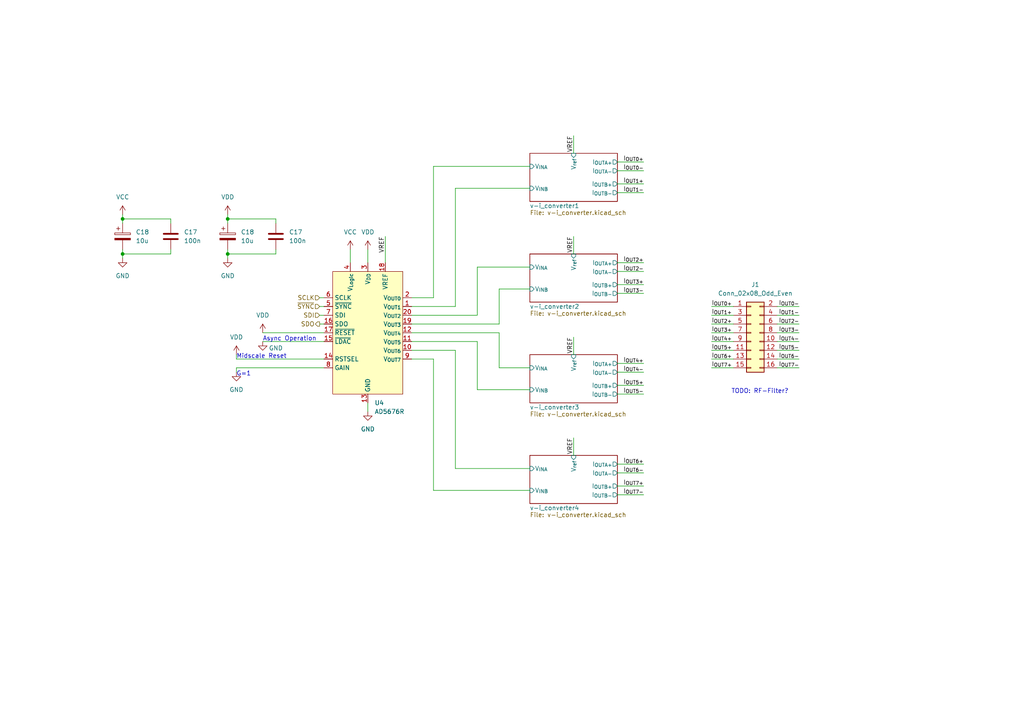
<source format=kicad_sch>
(kicad_sch (version 20230121) (generator eeschema)
  (paper "A4")
  (title_block (title "8-Channel Programmable Current Supply") (date "2023-06-29") (rev "1") (company "ETH Zürich") (comment 1 "Maximilian Stabel"))
  (lib_symbols
    (symbol "32-channel_current_source:AD5676R"
      (property "Reference" "U" (at -8.89 21.59 0))
      (property "Value" "AD5676R" (at 10.16 21.59 0))
      (symbol "AD5676R_0_1"
        (rectangle (start -10.16 20.32) (end 10.16 -15.24) (stroke (width 0.1524)) (fill (type background)))
      )
      (symbol "AD5676R_1_0"
        (pin output line (at 12.7 10.16 180) (length 2.54) (name "V_{OUT1}") (number "1"))
        (pin output line (at 12.7 -2.54 180) (length 2.54) (name "V_{OUT6}") (number "10"))
        (pin output line (at 12.7 0 180) (length 2.54) (name "V_{OUT5}") (number "11"))
        (pin output line (at 12.7 2.54 180) (length 2.54) (name "V_{OUT4}") (number "12"))
        (pin power_in line (at 0 -17.78 90) (length 2.54) (name "GND") (number "13"))
        (pin input line (at -12.7 -5.08 0) (length 2.54) (name "RSTSEL") (number "14"))
        (pin input line (at -12.7 0 0) (length 2.54) (name "~{LDAC}") (number "15"))
        (pin output line (at -12.7 5.08 0) (length 2.54) (name "SDO") (number "16"))
        (pin input line (at -12.7 2.54 0) (length 2.54) (name "~{RESET}") (number "17"))
        (pin bidirectional line (at 5.08 22.86 270) (length 2.54) (name "VREF") (number "18"))
        (pin output line (at 12.7 5.08 180) (length 2.54) (name "V_{OUT3}") (number "19"))
        (pin output line (at 12.7 12.7 180) (length 2.54) (name "V_{OUT0}") (number "2"))
        (pin output line (at 12.7 7.62 180) (length 2.54) (name "V_{OUT2}") (number "20"))
        (pin power_in line (at 0 22.86 270) (length 2.54) (name "V_{DD}") (number "3"))
        (pin power_in line (at -5.08 22.86 270) (length 2.54) (name "V_{Logic}") (number "4"))
        (pin input line (at -12.7 10.16 0) (length 2.54) (name "~{SYNC}") (number "5"))
        (pin input line (at -12.7 12.7 0) (length 2.54) (name "SCLK") (number "6"))
        (pin input line (at -12.7 7.62 0) (length 2.54) (name "SDI") (number "7"))
        (pin input line (at -12.7 -7.62 0) (length 2.54) (name "GAIN") (number "8"))
        (pin output line (at 12.7 -5.08 180) (length 2.54) (name "V_{OUT7}") (number "9"))
      )
    )
    (symbol "Connector_Generic:Conn_02x08_Odd_Even" (pin_names (offset 1.016) hide)
      (property "Reference" "J" (at 1.27 10.16 0))
      (property "Value" "Conn_02x08_Odd_Even" (at 1.27 -12.7 0))
      (symbol "Conn_02x08_Odd_Even_1_1"
        (rectangle (start -1.27 -10.033) (end 0 -10.287) (stroke (width 0.1524)))
        (rectangle (start -1.27 -7.493) (end 0 -7.747) (stroke (width 0.1524)))
        (rectangle (start -1.27 -4.953) (end 0 -5.207) (stroke (width 0.1524)))
        (rectangle (start -1.27 -2.413) (end 0 -2.667) (stroke (width 0.1524)))
        (rectangle (start -1.27 0.127) (end 0 -0.127) (stroke (width 0.1524)))
        (rectangle (start -1.27 2.667) (end 0 2.413) (stroke (width 0.1524)))
        (rectangle (start -1.27 5.207) (end 0 4.953) (stroke (width 0.1524)))
        (rectangle (start -1.27 7.747) (end 0 7.493) (stroke (width 0.1524)))
        (rectangle (start -1.27 8.89) (end 3.81 -11.43) (stroke (width 0.254)) (fill (type background)))
        (rectangle (start 3.81 -10.033) (end 2.54 -10.287) (stroke (width 0.1524)))
        (rectangle (start 3.81 -7.493) (end 2.54 -7.747) (stroke (width 0.1524)))
        (rectangle (start 3.81 -4.953) (end 2.54 -5.207) (stroke (width 0.1524)))
        (rectangle (start 3.81 -2.413) (end 2.54 -2.667) (stroke (width 0.1524)))
        (rectangle (start 3.81 0.127) (end 2.54 -0.127) (stroke (width 0.1524)))
        (rectangle (start 3.81 2.667) (end 2.54 2.413) (stroke (width 0.1524)))
        (rectangle (start 3.81 5.207) (end 2.54 4.953) (stroke (width 0.1524)))
        (rectangle (start 3.81 7.747) (end 2.54 7.493) (stroke (width 0.1524)))
        (pin passive line (at -5.08 7.62 0) (length 3.81) (name "Pin_1") (number "1"))
        (pin passive line (at 7.62 -2.54 180) (length 3.81) (name "Pin_10") (number "10"))
        (pin passive line (at -5.08 -5.08 0) (length 3.81) (name "Pin_11") (number "11"))
        (pin passive line (at 7.62 -5.08 180) (length 3.81) (name "Pin_12") (number "12"))
        (pin passive line (at -5.08 -7.62 0) (length 3.81) (name "Pin_13") (number "13"))
        (pin passive line (at 7.62 -7.62 180) (length 3.81) (name "Pin_14") (number "14"))
        (pin passive line (at -5.08 -10.16 0) (length 3.81) (name "Pin_15") (number "15"))
        (pin passive line (at 7.62 -10.16 180) (length 3.81) (name "Pin_16") (number "16"))
        (pin passive line (at 7.62 7.62 180) (length 3.81) (name "Pin_2") (number "2"))
        (pin passive line (at -5.08 5.08 0) (length 3.81) (name "Pin_3") (number "3"))
        (pin passive line (at 7.62 5.08 180) (length 3.81) (name "Pin_4") (number "4"))
        (pin passive line (at -5.08 2.54 0) (length 3.81) (name "Pin_5") (number "5"))
        (pin passive line (at 7.62 2.54 180) (length 3.81) (name "Pin_6") (number "6"))
        (pin passive line (at -5.08 0 0) (length 3.81) (name "Pin_7") (number "7"))
        (pin passive line (at 7.62 0 180) (length 3.81) (name "Pin_8") (number "8"))
        (pin passive line (at -5.08 -2.54 0) (length 3.81) (name "Pin_9") (number "9"))
      )
    )
    (symbol "Device:C" (pin_numbers hide) (pin_names (offset 0.254))
      (property "Reference" "C" (at 0.635 2.54 0))
      (property "Value" "C" (at 0.635 -2.54 0))
      (symbol "C_0_1"
        (polyline (pts (xy -2.032 -0.762) (xy 2.032 -0.762)) (stroke (width 0.508)))
        (polyline (pts (xy -2.032 0.762) (xy 2.032 0.762)) (stroke (width 0.508)))
      )
      (symbol "C_1_1"
        (pin passive line (at 0 3.81 270) (length 2.794) (name "~") (number "1"))
        (pin passive line (at 0 -3.81 90) (length 2.794) (name "~") (number "2"))
      )
    )
    (symbol "Device:C_Polarized" (pin_numbers hide) (pin_names (offset 0.254))
      (property "Reference" "C" (at 0.635 2.54 0))
      (property "Value" "C_Polarized" (at 0.635 -2.54 0))
      (symbol "C_Polarized_0_1"
        (rectangle (start -2.286 0.508) (end 2.286 1.016))
        (polyline (pts (xy -1.778 2.286) (xy -0.762 2.286)))
        (polyline (pts (xy -1.27 2.794) (xy -1.27 1.778)))
        (rectangle (start 2.286 -0.508) (end -2.286 -1.016) (fill (type outline)))
      )
      (symbol "C_Polarized_1_1"
        (pin passive line (at 0 3.81 270) (length 2.794) (name "~") (number "1"))
        (pin passive line (at 0 -3.81 90) (length 2.794) (name "~") (number "2"))
      )
    )
    (symbol "power:GND" (power) (pin_names (offset 0))
      (property "Value" "GND" (at 0 -3.81 0))
      (symbol "GND_0_1"
        (polyline (pts (xy 0 0) (xy 0 -1.27) (xy 1.27 -1.27) (xy 0 -2.54) (xy -1.27 -1.27) (xy 0 -1.27)))
      )
      (symbol "GND_1_1"
        (pin power_in line (at 0 0 270) (length 0) hide (name "GND") (number "1"))
      )
    )
    (symbol "power:VCC" (power) (pin_names (offset 0))
      (property "Value" "VCC" (at 0 3.81 0))
      (symbol "VCC_0_1"
        (polyline (pts (xy -0.762 1.27) (xy 0 2.54)))
        (polyline (pts (xy 0 0) (xy 0 2.54)))
        (polyline (pts (xy 0 2.54) (xy 0.762 1.27)))
      )
      (symbol "VCC_1_1"
        (pin power_in line (at 0 0 90) (length 0) hide (name "VCC") (number "1"))
      )
    )
    (symbol "power:VDD" (power) (pin_names (offset 0))
      (property "Value" "VDD" (at 0 3.81 0))
      (symbol "VDD_0_1"
        (polyline (pts (xy -0.762 1.27) (xy 0 2.54)))
        (polyline (pts (xy 0 0) (xy 0 2.54)))
        (polyline (pts (xy 0 2.54) (xy 0.762 1.27)))
      )
      (symbol "VDD_1_1"
        (pin power_in line (at 0 0 90) (length 0) hide (name "VDD") (number "1"))
      )
    )
  )
  (junction (at 66.04 73.66))
  (junction (at 35.56 73.66))
  (junction (at 66.04 63.5))
  (junction (at 35.56 63.5))
  (wire (pts (xy 66.04 63.5) (xy 66.04 64.77)))
  (wire (pts (xy 166.37 68.58) (xy 166.37 73.66)))
  (wire (pts (xy 92.71 91.44) (xy 93.98 91.44)))
  (wire (pts (xy 179.07 111.76) (xy 186.69 111.76)))
  (wire (pts (xy 231.775 99.06) (xy 225.425 99.06)))
  (wire (pts (xy 101.6 72.39) (xy 101.6 76.2)))
  (wire (pts (xy 179.07 143.51) (xy 186.69 143.51)))
  (wire (pts (xy 68.58 106.68) (xy 93.98 106.68)))
  (wire (pts (xy 49.53 72.39) (xy 49.53 73.66)))
  (wire (pts (xy 206.375 101.6) (xy 212.725 101.6)))
  (wire (pts (xy 119.38 93.98) (xy 144.78 93.98)))
  (wire (pts (xy 144.78 106.68) (xy 153.67 106.68)))
  (wire (pts (xy 49.53 63.5) (xy 49.53 64.77)))
  (wire (pts (xy 125.73 48.26) (xy 125.73 86.36)))
  (wire (pts (xy 35.56 72.39) (xy 35.56 73.66)))
  (wire (pts (xy 68.58 104.14) (xy 93.98 104.14)))
  (wire (pts (xy 179.07 82.55) (xy 186.69 82.55)))
  (wire (pts (xy 179.07 134.62) (xy 186.69 134.62)))
  (wire (pts (xy 231.775 106.68) (xy 225.425 106.68)))
  (wire (pts (xy 153.67 48.26) (xy 125.73 48.26)))
  (wire (pts (xy 119.38 99.06) (xy 138.43 99.06)))
  (wire (pts (xy 138.43 77.47) (xy 153.67 77.47)))
  (wire (pts (xy 138.43 99.06) (xy 138.43 113.03)))
  (wire (pts (xy 66.04 62.23) (xy 66.04 63.5)))
  (wire (pts (xy 206.375 99.06) (xy 212.725 99.06)))
  (wire (pts (xy 166.37 127) (xy 166.37 132.08)))
  (wire (pts (xy 166.37 97.79) (xy 166.37 102.87)))
  (wire (pts (xy 35.56 63.5) (xy 35.56 64.77)))
  (wire (pts (xy 166.37 39.37) (xy 166.37 44.45)))
  (wire (pts (xy 179.07 137.16) (xy 186.69 137.16)))
  (wire (pts (xy 92.71 86.36) (xy 93.98 86.36)))
  (wire (pts (xy 231.775 101.6) (xy 225.425 101.6)))
  (wire (pts (xy 231.775 96.52) (xy 225.425 96.52)))
  (wire (pts (xy 132.08 135.89) (xy 153.67 135.89)))
  (wire (pts (xy 138.43 91.44) (xy 138.43 77.47)))
  (wire (pts (xy 35.56 73.66) (xy 35.56 74.93)))
  (wire (pts (xy 35.56 63.5) (xy 49.53 63.5)))
  (wire (pts (xy 119.38 91.44) (xy 138.43 91.44)))
  (wire (pts (xy 80.01 72.39) (xy 80.01 73.66)))
  (wire (pts (xy 68.58 106.68) (xy 68.58 107.95)))
  (wire (pts (xy 206.375 106.68) (xy 212.725 106.68)))
  (wire (pts (xy 66.04 72.39) (xy 66.04 73.66)))
  (wire (pts (xy 138.43 113.03) (xy 153.67 113.03)))
  (wire (pts (xy 35.56 73.66) (xy 49.53 73.66)))
  (wire (pts (xy 231.775 88.9) (xy 225.425 88.9)))
  (wire (pts (xy 66.04 73.66) (xy 80.01 73.66)))
  (wire (pts (xy 206.375 88.9) (xy 212.725 88.9)))
  (wire (pts (xy 92.71 88.9) (xy 93.98 88.9)))
  (wire (pts (xy 119.38 101.6) (xy 132.08 101.6)))
  (wire (pts (xy 68.58 102.87) (xy 68.58 104.14)))
  (wire (pts (xy 106.68 116.84) (xy 106.68 119.38)))
  (wire (pts (xy 179.07 53.34) (xy 186.69 53.34)))
  (wire (pts (xy 179.07 140.97) (xy 186.69 140.97)))
  (wire (pts (xy 179.07 55.88) (xy 186.69 55.88)))
  (wire (pts (xy 179.07 85.09) (xy 186.69 85.09)))
  (wire (pts (xy 106.68 72.39) (xy 106.68 76.2)))
  (wire (pts (xy 231.775 104.14) (xy 225.425 104.14)))
  (wire (pts (xy 206.375 96.52) (xy 212.725 96.52)))
  (wire (pts (xy 179.07 49.53) (xy 186.69 49.53)))
  (wire (pts (xy 35.56 62.23) (xy 35.56 63.5)))
  (wire (pts (xy 66.04 63.5) (xy 80.01 63.5)))
  (wire (pts (xy 206.375 104.14) (xy 212.725 104.14)))
  (wire (pts (xy 144.78 96.52) (xy 144.78 106.68)))
  (wire (pts (xy 125.73 86.36) (xy 119.38 86.36)))
  (wire (pts (xy 179.07 105.41) (xy 186.69 105.41)))
  (wire (pts (xy 111.76 68.58) (xy 111.76 76.2)))
  (wire (pts (xy 179.07 114.3) (xy 186.69 114.3)))
  (wire (pts (xy 179.07 78.74) (xy 186.69 78.74)))
  (wire (pts (xy 144.78 83.82) (xy 153.67 83.82)))
  (wire (pts (xy 231.775 91.44) (xy 225.425 91.44)))
  (wire (pts (xy 92.71 93.98) (xy 93.98 93.98)))
  (wire (pts (xy 179.07 76.2) (xy 186.69 76.2)))
  (wire (pts (xy 206.375 93.98) (xy 212.725 93.98)))
  (wire (pts (xy 231.775 93.98) (xy 225.425 93.98)))
  (wire (pts (xy 93.98 99.06) (xy 76.2 99.06)))
  (wire (pts (xy 119.38 96.52) (xy 144.78 96.52)))
  (wire (pts (xy 144.78 93.98) (xy 144.78 83.82)))
  (wire (pts (xy 80.01 63.5) (xy 80.01 64.77)))
  (wire (pts (xy 119.38 104.14) (xy 125.73 104.14)))
  (wire (pts (xy 132.08 101.6) (xy 132.08 135.89)))
  (wire (pts (xy 132.08 54.61) (xy 153.67 54.61)))
  (wire (pts (xy 125.73 142.24) (xy 153.67 142.24)))
  (wire (pts (xy 206.375 91.44) (xy 212.725 91.44)))
  (wire (pts (xy 179.07 46.99) (xy 186.69 46.99)))
  (wire (pts (xy 125.73 104.14) (xy 125.73 142.24)))
  (wire (pts (xy 132.08 88.9) (xy 132.08 54.61)))
  (wire (pts (xy 179.07 107.95) (xy 186.69 107.95)))
  (wire (pts (xy 66.04 73.66) (xy 66.04 74.93)))
  (wire (pts (xy 119.38 88.9) (xy 132.08 88.9)))
  (wire (pts (xy 93.98 96.52) (xy 76.2 96.52)))
  (text "Midscale Reset" (at 68.58 104.14 0) (effects (font (size 1.27 1.27)) (justify left bottom)))
  (text "Async Operation" (at 76.2 99.06 0) (effects (font (size 1.27 1.27)) (justify left bottom)))
  (text "G=1" (at 68.58 109.22 0) (effects (font (size 1.27 1.27)) (justify left bottom)))
  (text "TODO: RF-Filter?" (at 212.09 114.3 0) (effects (font (size 1.27 1.27)) (justify left bottom)))
  (label "I_{OUT3-}" (at 186.69 85.09 180))
  (label "I_{OUT1-}" (at 231.775 91.44 180))
  (label "I_{OUT1-}" (at 186.69 55.88 180))
  (label "VREF" (at 111.76 68.58 270))
  (label "I_{OUT6-}" (at 186.69 137.16 180))
  (label "I_{OUT7-}" (at 231.775 106.68 180))
  (label "I_{OUT6-}" (at 231.775 104.14 180))
  (label "I_{OUT2-}" (at 186.69 78.74 180))
  (label "I_{OUT5-}" (at 186.69 114.3 180))
  (label "I_{OUT1+}" (at 206.375 91.44 0))
  (label "VREF" (at 166.37 127 270))
  (label "I_{OUT6+}" (at 186.69 134.62 180))
  (label "I_{OUT5+}" (at 206.375 101.6 0))
  (label "I_{OUT6+}" (at 206.375 104.14 0))
  (label "I_{OUT3+}" (at 186.69 82.55 180))
  (label "I_{OUT2+}" (at 186.69 76.2 180))
  (label "I_{OUT0+}" (at 206.375 88.9 0))
  (label "I_{OUT7+}" (at 186.69 140.97 180))
  (label "VREF" (at 166.37 97.79 270))
  (label "I_{OUT3-}" (at 231.775 96.52 180))
  (label "I_{OUT2+}" (at 206.375 93.98 0))
  (label "I_{OUT7+}" (at 206.375 106.68 0))
  (label "I_{OUT0-}" (at 186.69 49.53 180))
  (label "I_{OUT0-}" (at 231.775 88.9 180))
  (label "I_{OUT4-}" (at 231.775 99.06 180))
  (label "I_{OUT4-}" (at 186.69 107.95 180))
  (label "VREF" (at 166.37 39.37 270))
  (label "VREF" (at 166.37 68.58 270))
  (label "I_{OUT4+}" (at 206.375 99.06 0))
  (label "I_{OUT1+}" (at 186.69 53.34 180))
  (label "I_{OUT0+}" (at 186.69 46.99 180))
  (label "I_{OUT7-}" (at 186.69 143.51 180))
  (label "I_{OUT4+}" (at 186.69 105.41 180))
  (label "I_{OUT5-}" (at 231.775 101.6 180))
  (label "I_{OUT3+}" (at 206.375 96.52 0))
  (label "I_{OUT2-}" (at 231.775 93.98 180))
  (label "I_{OUT5+}" (at 186.69 111.76 180))
  (hierarchical_label "~{SYNC}" (shape input) (at 92.71 88.9 180))
  (hierarchical_label "SDI" (shape input) (at 92.71 91.44 180))
  (hierarchical_label "SDO" (shape output) (at 92.71 93.98 180))
  (hierarchical_label "SCLK" (shape input) (at 92.71 86.36 180))
  (symbol (lib_id "Connector_Generic:Conn_02x08_Odd_Even") (at 217.805 96.52 0) (unit 1)
    (property "Reference" "J1" (at 219.075 82.55 0))
    (property "Value" "Conn_02x08_Odd_Even" (at 219.075 85.09 0))
    (property "Footprint" "Connector_IDC:IDC-Header_2x08_P2.54mm_Vertical_SMD" (effects hide))
    (property "Datasheet" "https://drawings-pdf.s3.amazonaws.com/11093.pdf" (effects hide))
    (property "DigiKey" "S9187-ND" (effects hide))
    (property "MPN" "SBH11-NBPC-D08-SM-BK" (effects hide))
    (instances (project "32-channel_current_source" (path "" (reference "J1") (unit 1)) (path "" (reference "J6") (unit 1)) (path "" (reference "J5") (unit 1)) (path "" (reference "J7") (unit 1)) (path "" (reference "J8") (unit 1))))
  )
  (symbol (lib_id "power:VDD") (at 76.2 96.52 0) (unit 1)
    (property "Reference" "#PWR033" (effects hide))
    (property "Value" "VDD" (at 76.2 91.44 0))
    (instances (project "32-channel_current_source" (path "" (reference "#PWR033") (unit 1)) (path "" (reference "#PWR063") (unit 1)) (path "" (reference "#PWR012") (unit 1)) (path "" (reference "#PWR0114") (unit 1)) (path "" (reference "#PWR0165") (unit 1))))
  )
  (symbol (lib_id "power:GND") (at 68.58 107.95 0) (unit 1)
    (property "Reference" "#PWR027" (effects hide))
    (property "Value" "GND" (at 68.58 113.03 0))
    (instances (project "32-channel_current_source" (path "" (reference "#PWR027") (unit 1)) (path "" (reference "#PWR062") (unit 1)) (path "" (reference "#PWR011") (unit 1)) (path "" (reference "#PWR0113") (unit 1)) (path "" (reference "#PWR0164") (unit 1))))
  )
  (symbol (lib_id "power:VCC") (at 101.6 72.39 0) (unit 1)
    (property "Reference" "#PWR028" (effects hide))
    (property "Value" "VCC" (at 101.6 67.31 0))
    (instances (project "32-channel_current_source" (path "" (reference "#PWR028") (unit 1)) (path "" (reference "#PWR065") (unit 1)) (path "" (reference "#PWR014") (unit 1)) (path "" (reference "#PWR0116") (unit 1)) (path "" (reference "#PWR0167") (unit 1))))
  )
  (symbol (lib_id "power:VDD") (at 68.58 102.87 0) (unit 1)
    (property "Reference" "#PWR029" (effects hide))
    (property "Value" "VDD" (at 68.58 97.79 0))
    (instances (project "32-channel_current_source" (path "" (reference "#PWR029") (unit 1)) (path "" (reference "#PWR061") (unit 1)) (path "" (reference "#PWR010") (unit 1)) (path "" (reference "#PWR0112") (unit 1)) (path "" (reference "#PWR0163") (unit 1))))
  )
  (symbol (lib_id "32-channel_current_source:AD5676R") (at 106.68 99.06 0) (unit 1)
    (property "Reference" "U4" (at 108.6359 116.84 0) (effects (justify left)))
    (property "Value" "AD5676R" (at 108.6359 119.38 0) (effects (justify left)))
    (property "Footprint" "Package_SO:TSSOP-20_4.4x6.5mm_P0.65mm" (effects hide))
    (property "Datasheet" "https://www.analog.com/media/en/technical-documentation/data-sheets/ad5672r_5676r.pdf" (effects hide))
    (instances (project "32-channel_current_source" (path "" (reference "U4") (unit 1)) (path "" (reference "U10") (unit 1)) (path "" (reference "U1") (unit 1)) (path "" (reference "U19") (unit 1)) (path "" (reference "U28") (unit 1))))
  )
  (symbol (lib_id "power:GND") (at 66.04 74.93 0) (unit 1)
    (property "Reference" "#PWR031" (effects hide))
    (property "Value" "GND" (at 66.04 80.01 0))
    (instances (project "32-channel_current_source" (path "" (reference "#PWR031") (unit 1)) (path "" (reference "#PWR060") (unit 1)) (path "" (reference "#PWR09") (unit 1)) (path "" (reference "#PWR0111") (unit 1)) (path "" (reference "#PWR0162") (unit 1))))
  )
  (symbol (lib_id "power:GND") (at 106.68 119.38 0) (unit 1)
    (property "Reference" "#PWR025" (effects hide))
    (property "Value" "GND" (at 106.68 124.46 0))
    (instances (project "32-channel_current_source" (path "" (reference "#PWR025") (unit 1)) (path "" (reference "#PWR067") (unit 1)) (path "" (reference "#PWR016") (unit 1)) (path "" (reference "#PWR0118") (unit 1)) (path "" (reference "#PWR0169") (unit 1))))
  )
  (symbol (lib_id "power:GND") (at 76.2 99.06 0) (unit 1)
    (property "Reference" "#PWR032" (effects hide))
    (property "Value" "GND" (at 80.01 100.965 0))
    (instances (project "32-channel_current_source" (path "" (reference "#PWR032") (unit 1)) (path "" (reference "#PWR064") (unit 1)) (path "" (reference "#PWR013") (unit 1)) (path "" (reference "#PWR0115") (unit 1)) (path "" (reference "#PWR0166") (unit 1))))
  )
  (symbol (lib_id "power:VCC") (at 35.56 62.23 0) (unit 1)
    (property "Reference" "#PWR028" (effects hide))
    (property "Value" "VCC" (at 35.56 57.15 0))
    (instances (project "32-channel_current_source" (path "" (reference "#PWR028") (unit 1)) (path "" (reference "#PWR057") (unit 1)) (path "" (reference "#PWR06") (unit 1)) (path "" (reference "#PWR0108") (unit 1)) (path "" (reference "#PWR0159") (unit 1))))
  )
  (symbol (lib_id "Device:C_Polarized") (at 35.56 68.58 0) (unit 1)
    (property "Reference" "C18" (at 39.37 67.31 0) (effects (justify left)))
    (property "Value" "10u" (at 39.37 69.85 0) (effects (justify left)))
    (property "Footprint" "Capacitor_Tantalum_SMD:CP_EIA-2012-15_AVX-P_Pad1.30x1.05mm_HandSolder" (effects hide))
    (property "Datasheet" "https://www.vishay.com/doc?40179" (effects hide))
    (property "MPN" "TMCP1A106KTRF" (effects hide))
    (property "Mouser" "74-TMCP1A106KTRF" (effects hide))
    (property "Notes" "Tantalum Bead" (effects hide))
    (instances (project "32-channel_current_source" (path "" (reference "C18") (unit 1)) (path "" (reference "C29") (unit 1)) (path "" (reference "C1") (unit 1)) (path "" (reference "C57") (unit 1)) (path "" (reference "C85") (unit 1))))
  )
  (symbol (lib_id "Device:C") (at 80.01 68.58 0) (unit 1)
    (property "Reference" "C17" (at 83.82 67.31 0) (effects (justify left)))
    (property "Value" "100n" (at 83.82 69.85 0) (effects (justify left)))
    (property "Footprint" "Capacitor_SMD:C_0805_2012Metric_Pad1.18x1.45mm_HandSolder" (effects hide))
    (property "Datasheet" "https://www.mouser.ch/datasheet/2/40/cx5r-2835979.pdf" (effects hide))
    (property "MPN" "0805ZD104KAT2A" (effects hide))
    (property "Mouser" "581-0805ZD104KAT2A" (effects hide))
    (property "Notes" "ceramic, low ESR, low ESI" (effects hide))
    (instances (project "32-channel_current_source" (path "" (reference "C17") (unit 1)) (path "" (reference "C32") (unit 1)) (path "" (reference "C4") (unit 1)) (path "" (reference "C60") (unit 1)) (path "" (reference "C88") (unit 1))))
  )
  (symbol (lib_id "power:GND") (at 35.56 74.93 0) (unit 1)
    (property "Reference" "#PWR031" (effects hide))
    (property "Value" "GND" (at 35.56 80.01 0))
    (instances (project "32-channel_current_source" (path "" (reference "#PWR031") (unit 1)) (path "" (reference "#PWR058") (unit 1)) (path "" (reference "#PWR07") (unit 1)) (path "" (reference "#PWR0109") (unit 1)) (path "" (reference "#PWR0160") (unit 1))))
  )
  (symbol (lib_id "power:VDD") (at 66.04 62.23 0) (unit 1)
    (property "Reference" "#PWR030" (effects hide))
    (property "Value" "VDD" (at 66.04 57.15 0))
    (instances (project "32-channel_current_source" (path "" (reference "#PWR030") (unit 1)) (path "" (reference "#PWR059") (unit 1)) (path "" (reference "#PWR08") (unit 1)) (path "" (reference "#PWR0110") (unit 1)) (path "" (reference "#PWR0161") (unit 1))))
  )
  (symbol (lib_id "power:VDD") (at 106.68 72.39 0) (unit 1)
    (property "Reference" "#PWR026" (effects hide))
    (property "Value" "VDD" (at 106.68 67.31 0))
    (instances (project "32-channel_current_source" (path "" (reference "#PWR026") (unit 1)) (path "" (reference "#PWR066") (unit 1)) (path "" (reference "#PWR015") (unit 1)) (path "" (reference "#PWR0117") (unit 1)) (path "" (reference "#PWR0168") (unit 1))))
  )
  (symbol (lib_id "Device:C") (at 49.53 68.58 0) (unit 1)
    (property "Reference" "C17" (at 53.34 67.31 0) (effects (justify left)))
    (property "Value" "100n" (at 53.34 69.85 0) (effects (justify left)))
    (property "Footprint" "Capacitor_SMD:C_0805_2012Metric_Pad1.18x1.45mm_HandSolder" (effects hide))
    (property "Datasheet" "https://www.mouser.ch/datasheet/2/40/cx5r-2835979.pdf" (effects hide))
    (property "MPN" "0805ZD104KAT2A" (effects hide))
    (property "Mouser" "581-0805ZD104KAT2A" (effects hide))
    (property "Notes" "ceramic, low ESR, low ESI" (effects hide))
    (instances (project "32-channel_current_source" (path "" (reference "C17") (unit 1)) (path "" (reference "C30") (unit 1)) (path "" (reference "C2") (unit 1)) (path "" (reference "C58") (unit 1)) (path "" (reference "C86") (unit 1))))
  )
  (symbol (lib_id "Device:C_Polarized") (at 66.04 68.58 0) (unit 1)
    (property "Reference" "C18" (at 69.85 67.31 0) (effects (justify left)))
    (property "Value" "10u" (at 69.85 69.85 0) (effects (justify left)))
    (property "Footprint" "Capacitor_Tantalum_SMD:CP_EIA-2012-15_AVX-P_Pad1.30x1.05mm_HandSolder" (effects hide))
    (property "Datasheet" "https://www.vishay.com/doc?40179" (effects hide))
    (property "MPN" "TMCP1A106KTRF" (effects hide))
    (property "Mouser" "74-TMCP1A106KTRF" (effects hide))
    (property "Notes" "Tantalum Bead" (effects hide))
    (instances (project "32-channel_current_source" (path "" (reference "C18") (unit 1)) (path "" (reference "C31") (unit 1)) (path "" (reference "C3") (unit 1)) (path "" (reference "C59") (unit 1)) (path "" (reference "C87") (unit 1))))
  )
  (sheet (at 153.67 102.87) (size 25.4 13.97) (stroke (width 0.1524))
    (property "Sheetname" "v-i_converter3" (at 153.67 118.11 0) (effects (justify left)))
    (property "Sheetfile" "v-i_converter.kicad_sch" (at 153.67 119.38 0) (effects (justify left top)))
    (pin "V_{ref}" input (at 166.37 102.87 90))
    (pin "I_{OUTB+}" output (at 179.07 111.76 0))
    (pin "I_{OUTB-}" output (at 179.07 114.3 0))
    (pin "V_{INB}" input (at 153.67 113.03 180))
    (pin "V_{INA}" input (at 153.67 106.68 180))
    (pin "I_{OUTA-}" output (at 179.07 107.95 0))
    (pin "I_{OUTA+}" output (at 179.07 105.41 0))
  )
  (sheet (at 153.67 132.08) (size 25.4 13.97) (stroke (width 0.1524))
    (property "Sheetname" "v-i_converter4" (at 153.67 147.32 0) (effects (justify left)))
    (property "Sheetfile" "v-i_converter.kicad_sch" (at 153.67 148.59 0) (effects (justify left top)))
    (pin "V_{ref}" input (at 166.37 132.08 90))
    (pin "I_{OUTB+}" output (at 179.07 140.97 0))
    (pin "I_{OUTB-}" output (at 179.07 143.51 0))
    (pin "V_{INB}" input (at 153.67 142.24 180))
    (pin "V_{INA}" input (at 153.67 135.89 180))
    (pin "I_{OUTA-}" output (at 179.07 137.16 0))
    (pin "I_{OUTA+}" output (at 179.07 134.62 0))
  )
  (sheet (at 153.67 44.45) (size 25.4 13.97) (stroke (width 0.1524))
    (property "Sheetname" "v-i_converter1" (at 153.67 59.69 0) (effects (justify left)))
    (property "Sheetfile" "v-i_converter.kicad_sch" (at 153.67 60.96 0) (effects (justify left top)))
    (pin "V_{ref}" input (at 166.37 44.45 90))
    (pin "V_{INB}" input (at 153.67 54.61 180))
    (pin "V_{INA}" input (at 153.67 48.26 180))
    (pin "I_{OUTB+}" output (at 179.07 53.34 0))
    (pin "I_{OUTA+}" output (at 179.07 46.99 0))
    (pin "I_{OUTB-}" output (at 179.07 55.88 0))
    (pin "I_{OUTA-}" output (at 179.07 49.53 0))
  )
  (sheet (at 153.67 73.66) (size 25.4 13.97) (stroke (width 0.1524))
    (property "Sheetname" "v-i_converter2" (at 153.67 88.9 0) (effects (justify left)))
    (property "Sheetfile" "v-i_converter.kicad_sch" (at 153.67 90.17 0) (effects (justify left top)))
    (pin "V_{ref}" input (at 166.37 73.66 90))
    (pin "I_{OUTB+}" output (at 179.07 82.55 0))
    (pin "I_{OUTB-}" output (at 179.07 85.09 0))
    (pin "V_{INB}" input (at 153.67 83.82 180))
    (pin "V_{INA}" input (at 153.67 77.47 180))
    (pin "I_{OUTA-}" output (at 179.07 78.74 0))
    (pin "I_{OUTA+}" output (at 179.07 76.2 0))
  )
)
</source>
